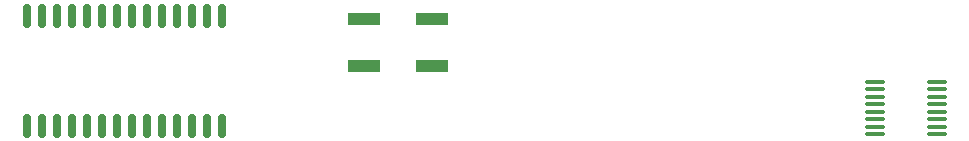
<source format=gbr>
%TF.GenerationSoftware,KiCad,Pcbnew,9.0.2*%
%TF.CreationDate,2025-05-12T22:41:21-05:00*%
%TF.ProjectId,excelsior,65786365-6c73-4696-9f72-2e6b69636164,rev?*%
%TF.SameCoordinates,Original*%
%TF.FileFunction,Paste,Top*%
%TF.FilePolarity,Positive*%
%FSLAX46Y46*%
G04 Gerber Fmt 4.6, Leading zero omitted, Abs format (unit mm)*
G04 Created by KiCad (PCBNEW 9.0.2) date 2025-05-12 22:41:21*
%MOMM*%
%LPD*%
G01*
G04 APERTURE LIST*
G04 Aperture macros list*
%AMRoundRect*
0 Rectangle with rounded corners*
0 $1 Rounding radius*
0 $2 $3 $4 $5 $6 $7 $8 $9 X,Y pos of 4 corners*
0 Add a 4 corners polygon primitive as box body*
4,1,4,$2,$3,$4,$5,$6,$7,$8,$9,$2,$3,0*
0 Add four circle primitives for the rounded corners*
1,1,$1+$1,$2,$3*
1,1,$1+$1,$4,$5*
1,1,$1+$1,$6,$7*
1,1,$1+$1,$8,$9*
0 Add four rect primitives between the rounded corners*
20,1,$1+$1,$2,$3,$4,$5,0*
20,1,$1+$1,$4,$5,$6,$7,0*
20,1,$1+$1,$6,$7,$8,$9,0*
20,1,$1+$1,$8,$9,$2,$3,0*%
G04 Aperture macros list end*
%ADD10RoundRect,0.150000X0.150000X-0.875000X0.150000X0.875000X-0.150000X0.875000X-0.150000X-0.875000X0*%
%ADD11R,2.750000X1.000000*%
%ADD12RoundRect,0.100000X-0.712500X-0.100000X0.712500X-0.100000X0.712500X0.100000X-0.712500X0.100000X0*%
G04 APERTURE END LIST*
D10*
%TO.C,U2*%
X181570000Y-29200000D03*
X182840000Y-29200000D03*
X184110000Y-29200000D03*
X185380000Y-29200000D03*
X186650000Y-29200000D03*
X187920000Y-29200000D03*
X189190000Y-29200000D03*
X190460000Y-29200000D03*
X191730000Y-29200000D03*
X193000000Y-29200000D03*
X194270000Y-29200000D03*
X195540000Y-29200000D03*
X196810000Y-29200000D03*
X198080000Y-29200000D03*
X198080000Y-38500000D03*
X196810000Y-38500000D03*
X195540000Y-38500000D03*
X194270000Y-38500000D03*
X193000000Y-38500000D03*
X191730000Y-38500000D03*
X190460000Y-38500000D03*
X189190000Y-38500000D03*
X187920000Y-38500000D03*
X186650000Y-38500000D03*
X185380000Y-38500000D03*
X184110000Y-38500000D03*
X182840000Y-38500000D03*
X181570000Y-38500000D03*
%TD*%
D11*
%TO.C,SW1*%
X210120000Y-29500000D03*
X215880000Y-29500000D03*
X210120000Y-33500000D03*
X215880000Y-33500000D03*
%TD*%
D12*
%TO.C,U3*%
X253362500Y-34777500D03*
X253362500Y-35412500D03*
X253362500Y-36047500D03*
X253362500Y-36682500D03*
X253362500Y-37317500D03*
X253362500Y-37952500D03*
X253362500Y-38587500D03*
X253362500Y-39222500D03*
X258637500Y-39222500D03*
X258637500Y-38587500D03*
X258637500Y-37952500D03*
X258637500Y-37317500D03*
X258637500Y-36682500D03*
X258637500Y-36047500D03*
X258637500Y-35412500D03*
X258637500Y-34777500D03*
%TD*%
M02*

</source>
